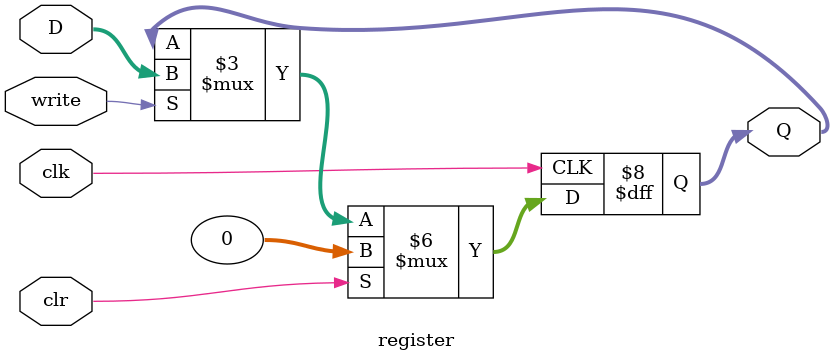
<source format=v>
module register (D, clr, clk, write, Q);

	input [31:0] D;
	input clr, clk, write;
	output reg [31:0] Q;
	
	
	always @(posedge clk)
	begin
		if (clr)
			Q <= 0;
		else
			if (write)
				Q <= D;
			else
				Q <= Q;
	end
endmodule
</source>
